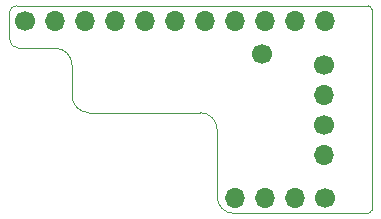
<source format=gbs>
G04 #@! TF.GenerationSoftware,KiCad,Pcbnew,6.0.0-d3dd2cf0fa~116~ubuntu20.04.1*
G04 #@! TF.CreationDate,2022-01-19T00:38:57+01:00*
G04 #@! TF.ProjectId,OtterPill-CAN,4f747465-7250-4696-9c6c-2d43414e2e6b,rev?*
G04 #@! TF.SameCoordinates,Original*
G04 #@! TF.FileFunction,Soldermask,Bot*
G04 #@! TF.FilePolarity,Negative*
%FSLAX46Y46*%
G04 Gerber Fmt 4.6, Leading zero omitted, Abs format (unit mm)*
G04 Created by KiCad (PCBNEW 6.0.0-d3dd2cf0fa~116~ubuntu20.04.1) date 2022-01-19 00:38:57*
%MOMM*%
%LPD*%
G01*
G04 APERTURE LIST*
G04 #@! TA.AperFunction,Profile*
%ADD10C,0.050000*%
G04 #@! TD*
%ADD11C,1.700000*%
%ADD12O,1.700000X1.700000*%
G04 APERTURE END LIST*
D10*
X62900000Y-37400000D02*
G75*
G03*
X63200000Y-37100000I0J300000D01*
G01*
X63200000Y-20100000D02*
G75*
G03*
X62900000Y-19800000I-300000J0D01*
G01*
X33140000Y-19800000D02*
G75*
G03*
X32530000Y-20410000I0J-610000D01*
G01*
X33320000Y-23405246D02*
X36404426Y-23405246D01*
X32530000Y-22615246D02*
G75*
G03*
X33320000Y-23405246I790000J0D01*
G01*
X37834459Y-24835279D02*
G75*
G03*
X36404426Y-23405246I-1430033J0D01*
G01*
X37834459Y-27430000D02*
X37834459Y-24835279D01*
X50115574Y-35969966D02*
G75*
G03*
X51545608Y-37400000I1430034J0D01*
G01*
X37834459Y-27430000D02*
G75*
G03*
X39264493Y-28860034I1430034J0D01*
G01*
X48685540Y-28860000D02*
X39264493Y-28860034D01*
X50115574Y-30290034D02*
G75*
G03*
X48685540Y-28860000I-1430034J0D01*
G01*
X50115574Y-35969966D02*
X50115574Y-30290034D01*
X32530000Y-20410000D02*
X32530000Y-22615246D01*
X62900000Y-19800000D02*
X33140000Y-19800000D01*
X63200000Y-20100000D02*
X63200000Y-37100000D01*
X51545608Y-37400000D02*
X62900000Y-37400000D01*
X62900000Y-37400000D02*
G75*
G03*
X63200000Y-37100000I0J300000D01*
G01*
X63200000Y-20100000D02*
G75*
G03*
X62900000Y-19800000I-300000J0D01*
G01*
X33140000Y-19800000D02*
G75*
G03*
X32530000Y-20410000I0J-610000D01*
G01*
X33320000Y-23405246D02*
X36404426Y-23405246D01*
X32530000Y-22615246D02*
G75*
G03*
X33320000Y-23405246I790000J0D01*
G01*
X37834459Y-24835279D02*
G75*
G03*
X36404426Y-23405246I-1430033J0D01*
G01*
X37834459Y-27430000D02*
X37834459Y-24835279D01*
X50115574Y-35969966D02*
G75*
G03*
X51545608Y-37400000I1430034J0D01*
G01*
X37834459Y-27430000D02*
G75*
G03*
X39264493Y-28860034I1430034J0D01*
G01*
X48685540Y-28860000D02*
X39264493Y-28860034D01*
X50115574Y-30290034D02*
G75*
G03*
X48685540Y-28860000I-1430034J0D01*
G01*
X50115574Y-35969966D02*
X50115574Y-30290034D01*
X32530000Y-20410000D02*
X32530000Y-22615246D01*
X62900000Y-19800000D02*
X33140000Y-19800000D01*
X63200000Y-20100000D02*
X63200000Y-37100000D01*
X51545608Y-37400000D02*
X62900000Y-37400000D01*
D11*
X53900000Y-23900000D03*
X59260000Y-36100000D03*
D12*
X56720000Y-36100000D03*
X54180000Y-36100000D03*
X51640000Y-36100000D03*
D11*
X33860000Y-21100000D03*
D12*
X36400000Y-21100000D03*
X38940000Y-21100000D03*
X41480000Y-21100000D03*
X44020000Y-21100000D03*
X46560000Y-21100000D03*
X49100000Y-21100000D03*
X51640000Y-21100000D03*
X54180000Y-21100000D03*
X56720000Y-21100000D03*
X59260000Y-21100000D03*
X59200000Y-32470000D03*
D11*
X59200000Y-29930000D03*
D12*
X59200000Y-27390000D03*
D11*
X59200000Y-24850000D03*
M02*

</source>
